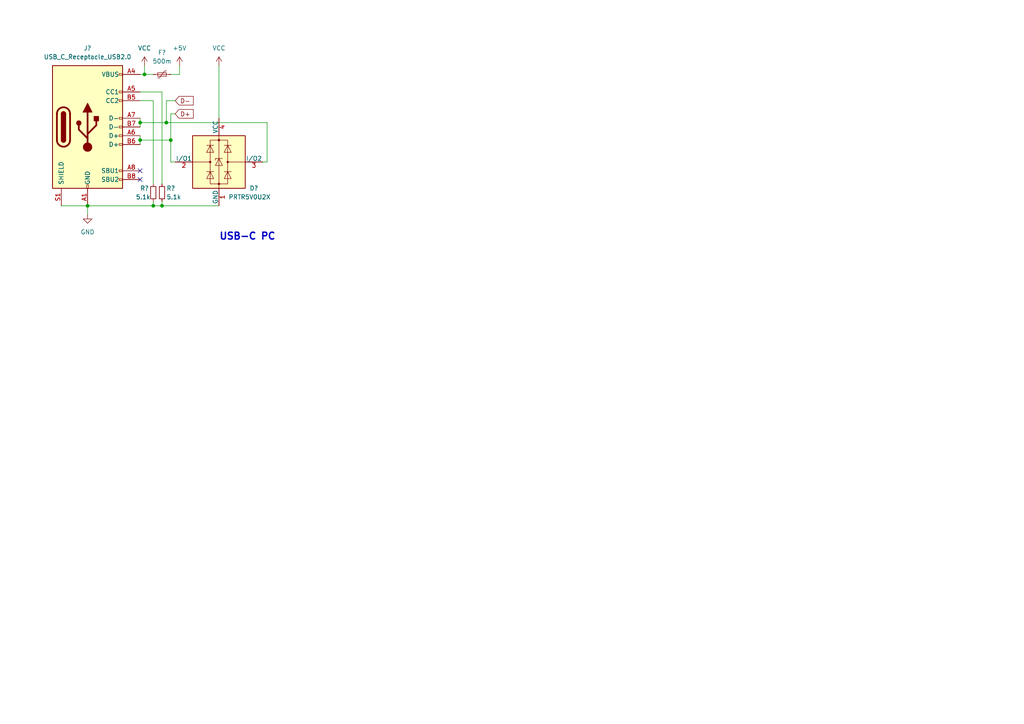
<source format=kicad_sch>
(kicad_sch (version 20211123) (generator eeschema)
  (paper "A4")
  (lib_symbols
    (symbol "Connector:USB_C_Receptacle_USB2.0" (pin_names (offset 1.016))
      (property "Reference" "J" (at -10.16 19.05 0))
      (property "Value" "USB_C_Receptacle_USB2.0" (at 19.05 19.05 0))
      (symbol "USB_C_Receptacle_USB2.0_0_0"
        (rectangle (start -0.254 -17.78) (end 0.254 -16.764))
        (rectangle (start 10.16 -14.986) (end 9.144 -15.494))
        (rectangle (start 10.16 -12.446) (end 9.144 -12.954))
        (rectangle (start 10.16 -4.826) (end 9.144 -5.334))
        (rectangle (start 10.16 -2.286) (end 9.144 -2.794))
        (rectangle (start 10.16 0.254) (end 9.144 -0.254))
        (rectangle (start 10.16 2.794) (end 9.144 2.286))
        (rectangle (start 10.16 7.874) (end 9.144 7.366))
        (rectangle (start 10.16 10.414) (end 9.144 9.906))
        (rectangle (start 10.16 15.494) (end 9.144 14.986))
      )
      (symbol "USB_C_Receptacle_USB2.0_0_1"
        (rectangle (start -10.16 17.78) (end 10.16 -17.78) (stroke (width 0.254)) (fill (type background)))
        (arc (start -8.89 -3.81) (mid -6.985 -5.715) (end -5.08 -3.81) (stroke (width 0.508)))
        (arc (start -7.62 -3.81) (mid -6.985 -4.445) (end -6.35 -3.81) (stroke (width 0.254)))
        (arc (start -7.62 -3.81) (mid -6.985 -4.445) (end -6.35 -3.81) (stroke (width 0.254)) (fill (type outline)))
        (rectangle (start -7.62 -3.81) (end -6.35 3.81) (stroke (width 0.254)) (fill (type outline)))
        (arc (start -6.35 3.81) (mid -6.985 4.445) (end -7.62 3.81) (stroke (width 0.254)))
        (arc (start -6.35 3.81) (mid -6.985 4.445) (end -7.62 3.81) (stroke (width 0.254)) (fill (type outline)))
        (arc (start -5.08 3.81) (mid -6.985 5.715) (end -8.89 3.81) (stroke (width 0.508)))
        (circle (center -2.54 1.143) (radius 0.635) (stroke (width 0.254)) (fill (type outline)))
        (circle (center 0 -5.842) (radius 1.27) (fill (type outline)))
        (polyline (pts (xy -8.89 -3.81) (xy -8.89 3.81)) (stroke (width 0.508)))
        (polyline (pts (xy -5.08 3.81) (xy -5.08 -3.81)) (stroke (width 0.508)))
        (polyline (pts (xy 0 -5.842) (xy 0 4.318)) (stroke (width 0.508)))
        (polyline (pts (xy 0 -3.302) (xy -2.54 -0.762) (xy -2.54 0.508)) (stroke (width 0.508)))
        (polyline (pts (xy 0 -2.032) (xy 2.54 0.508) (xy 2.54 1.778)) (stroke (width 0.508)))
        (polyline (pts (xy -1.27 4.318) (xy 0 6.858) (xy 1.27 4.318) (xy -1.27 4.318)) (stroke (width 0.254)) (fill (type outline)))
        (rectangle (start 1.905 1.778) (end 3.175 3.048) (stroke (width 0.254)) (fill (type outline)))
      )
      (symbol "USB_C_Receptacle_USB2.0_1_1"
        (pin passive line (at 0 -22.86 90) (length 5.08) (name "GND") (number "A1"))
        (pin passive line (at 0 -22.86 90) (length 5.08) hide (name "GND") (number "A12"))
        (pin passive line (at 15.24 15.24 180) (length 5.08) (name "VBUS") (number "A4"))
        (pin bidirectional line (at 15.24 10.16 180) (length 5.08) (name "CC1") (number "A5"))
        (pin bidirectional line (at 15.24 -2.54 180) (length 5.08) (name "D+") (number "A6"))
        (pin bidirectional line (at 15.24 2.54 180) (length 5.08) (name "D-") (number "A7"))
        (pin bidirectional line (at 15.24 -12.7 180) (length 5.08) (name "SBU1") (number "A8"))
        (pin passive line (at 15.24 15.24 180) (length 5.08) hide (name "VBUS") (number "A9"))
        (pin passive line (at 0 -22.86 90) (length 5.08) hide (name "GND") (number "B1"))
        (pin passive line (at 0 -22.86 90) (length 5.08) hide (name "GND") (number "B12"))
        (pin passive line (at 15.24 15.24 180) (length 5.08) hide (name "VBUS") (number "B4"))
        (pin bidirectional line (at 15.24 7.62 180) (length 5.08) (name "CC2") (number "B5"))
        (pin bidirectional line (at 15.24 -5.08 180) (length 5.08) (name "D+") (number "B6"))
        (pin bidirectional line (at 15.24 0 180) (length 5.08) (name "D-") (number "B7"))
        (pin bidirectional line (at 15.24 -15.24 180) (length 5.08) (name "SBU2") (number "B8"))
        (pin passive line (at 15.24 15.24 180) (length 5.08) hide (name "VBUS") (number "B9"))
        (pin passive line (at -7.62 -22.86 90) (length 5.08) (name "SHIELD") (number "S1"))
      )
    )
    (symbol "Device:Polyfuse_Small" (pin_numbers hide) (pin_names (offset 0))
      (property "Reference" "F" (at -1.905 0 90))
      (property "Value" "Polyfuse_Small" (at 1.905 0 90))
      (symbol "Polyfuse_Small_0_1"
        (rectangle (start -0.508 1.27) (end 0.508 -1.27))
        (polyline (pts (xy 0 2.54) (xy 0 -2.54)))
        (polyline (pts (xy -1.016 1.27) (xy -1.016 0.762) (xy 1.016 -0.762) (xy 1.016 -1.27)))
      )
      (symbol "Polyfuse_Small_1_1"
        (pin passive line (at 0 2.54 270) (length 0.635) (name "~") (number "1"))
        (pin passive line (at 0 -2.54 90) (length 0.635) (name "~") (number "2"))
      )
    )
    (symbol "Device:R_Small" (pin_numbers hide) (pin_names (offset 0.254) hide)
      (property "Reference" "R" (at 0.762 0.508 0))
      (property "Value" "R_Small" (at 0.762 -1.016 0))
      (symbol "R_Small_0_1"
        (rectangle (start -0.762 1.778) (end 0.762 -1.778) (stroke (width 0.2032)))
      )
      (symbol "R_Small_1_1"
        (pin passive line (at 0 2.54 270) (length 0.762) (name "~") (number "1"))
        (pin passive line (at 0 -2.54 90) (length 0.762) (name "~") (number "2"))
      )
    )
    (symbol "Power_Protection:PRTR5V0U2X" (pin_names (offset 0))
      (property "Reference" "D" (at 2.794 8.636 0))
      (property "Value" "PRTR5V0U2X" (at 8.128 -9.398 0))
      (symbol "PRTR5V0U2X_0_1"
        (rectangle (start -7.62 -7.62) (end 7.62 7.62) (stroke (width 0.254)) (fill (type background)))
        (circle (center -2.54 0) (radius 0.254) (fill (type outline)))
        (rectangle (start -2.54 6.35) (end 2.54 -6.35))
        (circle (center 0 -6.35) (radius 0.254) (fill (type outline)))
        (polyline (pts (xy -2.54 0) (xy -7.62 0)))
        (polyline (pts (xy -1.524 -2.794) (xy -3.556 -2.794)))
        (polyline (pts (xy -1.524 4.826) (xy -3.556 4.826)))
        (polyline (pts (xy 0 -7.62) (xy 0 7.62)))
        (polyline (pts (xy 1.524 -2.794) (xy 3.556 -2.794)))
        (polyline (pts (xy 1.524 4.826) (xy 3.556 4.826)))
        (polyline (pts (xy 2.54 0) (xy 7.62 0)))
        (polyline (pts (xy 1.016 1.016) (xy -1.016 1.016) (xy -1.016 0.508)))
        (polyline (pts (xy -3.556 -4.826) (xy -1.524 -4.826) (xy -2.54 -2.794) (xy -3.556 -4.826)))
        (polyline (pts (xy -3.556 2.794) (xy -1.524 2.794) (xy -2.54 4.826) (xy -3.556 2.794)))
        (polyline (pts (xy -1.016 -1.016) (xy 1.016 -1.016) (xy 0 1.016) (xy -1.016 -1.016)))
        (polyline (pts (xy 3.556 -4.826) (xy 1.524 -4.826) (xy 2.54 -2.794) (xy 3.556 -4.826)))
        (polyline (pts (xy 3.556 2.794) (xy 1.524 2.794) (xy 2.54 4.826) (xy 3.556 2.794)))
        (circle (center 0 6.35) (radius 0.254) (fill (type outline)))
        (circle (center 2.54 0) (radius 0.254) (fill (type outline)))
      )
      (symbol "PRTR5V0U2X_1_1"
        (pin passive line (at 0 -12.7 90) (length 5.08) (name "GND") (number "1"))
        (pin passive line (at -12.7 0 0) (length 5.08) (name "I/O1") (number "2"))
        (pin passive line (at 12.7 0 180) (length 5.08) (name "I/O2") (number "3"))
        (pin passive line (at 0 12.7 270) (length 5.08) (name "VCC") (number "4"))
      )
    )
    (symbol "power:+5V" (power) (pin_names (offset 0))
      (property "Value" "+5V" (at 0 3.556 0))
      (symbol "+5V_0_1"
        (polyline (pts (xy -0.762 1.27) (xy 0 2.54)))
        (polyline (pts (xy 0 0) (xy 0 2.54)))
        (polyline (pts (xy 0 2.54) (xy 0.762 1.27)))
      )
      (symbol "+5V_1_1"
        (pin power_in line (at 0 0 90) (length 0) hide (name "+5V") (number "1"))
      )
    )
    (symbol "power:GND" (power) (pin_names (offset 0))
      (property "Value" "GND" (at 0 -3.81 0))
      (symbol "GND_0_1"
        (polyline (pts (xy 0 0) (xy 0 -1.27) (xy 1.27 -1.27) (xy 0 -2.54) (xy -1.27 -1.27) (xy 0 -1.27)))
      )
      (symbol "GND_1_1"
        (pin power_in line (at 0 0 270) (length 0) hide (name "GND") (number "1"))
      )
    )
    (symbol "power:VCC" (power) (pin_names (offset 0))
      (property "Value" "VCC" (at 0 3.81 0))
      (symbol "VCC_0_1"
        (polyline (pts (xy -0.762 1.27) (xy 0 2.54)))
        (polyline (pts (xy 0 0) (xy 0 2.54)))
        (polyline (pts (xy 0 2.54) (xy 0.762 1.27)))
      )
      (symbol "VCC_1_1"
        (pin power_in line (at 0 0 90) (length 0) hide (name "VCC") (number "1"))
      )
    )
  )
  (junction (at 25.4 59.69))
  (junction (at 46.99 59.69))
  (junction (at 49.53 40.64))
  (junction (at 40.64 40.64))
  (junction (at 41.91 21.59))
  (junction (at 48.26 35.56))
  (junction (at 40.64 35.56))
  (junction (at 44.45 59.69))
  (no_connect (at 40.64 52.07))
  (no_connect (at 40.64 49.53))
  (wire (pts (xy 25.4 59.69) (xy 44.45 59.69)))
  (wire (pts (xy 40.64 26.67) (xy 46.99 26.67)))
  (wire (pts (xy 41.91 19.05) (xy 41.91 21.59)))
  (wire (pts (xy 77.47 46.99) (xy 77.47 35.56)))
  (wire (pts (xy 44.45 59.69) (xy 46.99 59.69)))
  (wire (pts (xy 52.07 19.05) (xy 52.07 21.59)))
  (wire (pts (xy 49.53 40.64) (xy 40.64 40.64)))
  (wire (pts (xy 49.53 46.99) (xy 49.53 40.64)))
  (wire (pts (xy 63.5 59.69) (xy 46.99 59.69)))
  (wire (pts (xy 40.64 39.37) (xy 40.64 40.64)))
  (wire (pts (xy 40.64 29.21) (xy 44.45 29.21)))
  (wire (pts (xy 48.26 35.56) (xy 40.64 35.56)))
  (wire (pts (xy 40.64 35.56) (xy 40.64 36.83)))
  (wire (pts (xy 40.64 40.64) (xy 40.64 41.91)))
  (wire (pts (xy 40.64 34.29) (xy 40.64 35.56)))
  (wire (pts (xy 17.78 59.69) (xy 25.4 59.69)))
  (wire (pts (xy 40.64 21.59) (xy 41.91 21.59)))
  (wire (pts (xy 41.91 21.59) (xy 44.45 21.59)))
  (wire (pts (xy 25.4 62.23) (xy 25.4 59.69)))
  (wire (pts (xy 50.8 29.21) (xy 48.26 29.21)))
  (wire (pts (xy 63.5 19.05) (xy 63.5 34.29)))
  (wire (pts (xy 44.45 58.42) (xy 44.45 59.69)))
  (wire (pts (xy 46.99 58.42) (xy 46.99 59.69)))
  (wire (pts (xy 52.07 21.59) (xy 49.53 21.59)))
  (wire (pts (xy 44.45 29.21) (xy 44.45 53.34)))
  (wire (pts (xy 49.53 33.02) (xy 49.53 40.64)))
  (wire (pts (xy 48.26 29.21) (xy 48.26 35.56)))
  (wire (pts (xy 77.47 35.56) (xy 48.26 35.56)))
  (wire (pts (xy 50.8 46.99) (xy 49.53 46.99)))
  (wire (pts (xy 46.99 26.67) (xy 46.99 53.34)))
  (wire (pts (xy 50.8 33.02) (xy 49.53 33.02)))
  (wire (pts (xy 76.2 46.99) (xy 77.47 46.99)))
  (text "USB-C PC" (at 63.5 69.85 0) (effects (font (size 2 2) (thickness 0.4) bold) (justify left bottom)))
  (global_label "D-" (shape input) (at 50.8 29.21 0) (property "Intersheet References" "${INTERSHEET_REFS}" (at 56.0555 29.1306 0) (effects (justify left))))
  (global_label "D+" (shape input) (at 50.8 33.02 0) (property "Intersheet References" "${INTERSHEET_REFS}" (at 56.0555 32.9406 0) (effects (justify left))))
  (symbol (lib_id "power:+5V") (at 52.07 19.05 0) (unit 1)
    (property "Reference" "#PWR?" (effects hide))
    (property "Value" "+5V" (at 52.07 13.97 0))
  )
  (symbol (lib_id "Device:R_Small") (at 46.99 55.88 0) (unit 1)
    (property "Reference" "R?" (at 48.26 54.61 0) (effects (justify left)))
    (property "Value" "5.1k" (at 48.26 57.15 0) (effects (justify left)))
  )
  (symbol (lib_id "power:GND") (at 25.4 62.23 0) (unit 1)
    (property "Reference" "#PWR?" (effects hide))
    (property "Value" "GND" (at 25.4 67.31 0))
  )
  (symbol (lib_id "power:VCC") (at 63.5 19.05 0) (unit 1)
    (property "Reference" "#PWR?" (effects hide))
    (property "Value" "VCC" (at 63.5 13.97 0))
  )
  (symbol (lib_id "Power_Protection:PRTR5V0U2X") (at 63.5 46.99 0) (unit 1)
    (property "Reference" "D?" (at 73.66 54.61 0))
    (property "Value" "PRTR5V0U2X" (at 72.39 57.15 0))
    (property "Footprint" "Package_TO_SOT_SMD:SOT-143" (effects hide))
    (property "Datasheet" "https://assets.nexperia.com/documents/data-sheet/PRTR5V0U2X.pdf" (effects hide))
  )
  (symbol (lib_id "Connector:USB_C_Receptacle_USB2.0") (at 25.4 36.83 0) (unit 1)
    (property "Reference" "J?" (at 25.4 13.97 0))
    (property "Value" "USB_C_Receptacle_USB2.0" (at 25.4 16.51 0))
    (property "Datasheet" "https://www.usb.org/sites/default/files/documents/usb_type-c.zip" (effects hide))
  )
  (symbol (lib_id "Device:Polyfuse_Small") (at 46.99 21.59 90) (unit 1)
    (property "Reference" "F?" (at 46.99 15.24 90))
    (property "Value" "500m" (at 46.99 17.78 90))
  )
  (symbol (lib_id "Device:R_Small") (at 44.45 55.88 0) (unit 1)
    (property "Reference" "R?" (at 40.64 54.61 0) (effects (justify left)))
    (property "Value" "5.1k" (at 39.37 57.15 0) (effects (justify left)))
  )
  (symbol (lib_id "power:VCC") (at 41.91 19.05 0) (unit 1)
    (property "Reference" "#PWR?" (effects hide))
    (property "Value" "VCC" (at 41.91 13.97 0))
  )
)
</source>
